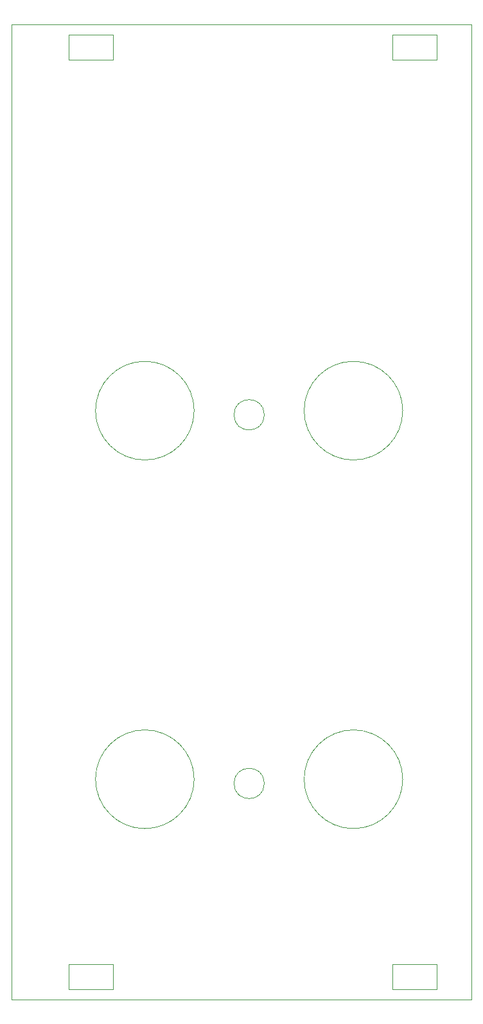
<source format=gbr>
%TF.GenerationSoftware,KiCad,Pcbnew,(6.0.4-0)*%
%TF.CreationDate,2022-10-28T00:48:46+02:00*%
%TF.ProjectId,NE2Pi-Frontpanel,4e453250-692d-4467-926f-6e7470616e65,rev?*%
%TF.SameCoordinates,Original*%
%TF.FileFunction,Profile,NP*%
%FSLAX46Y46*%
G04 Gerber Fmt 4.6, Leading zero omitted, Abs format (unit mm)*
G04 Created by KiCad (PCBNEW (6.0.4-0)) date 2022-10-28 00:48:46*
%MOMM*%
%LPD*%
G01*
G04 APERTURE LIST*
%TA.AperFunction,Profile*%
%ADD10C,0.050000*%
%TD*%
G04 APERTURE END LIST*
D10*
X71600000Y-69200000D02*
G75*
G03*
X71600000Y-69200000I-6500000J0D01*
G01*
X44100000Y-69200000D02*
G75*
G03*
X44100000Y-69200000I-6500000J0D01*
G01*
X53350000Y-69750000D02*
G75*
G03*
X53350000Y-69750000I-2000000J0D01*
G01*
X53350000Y-118300000D02*
G75*
G03*
X53350000Y-118300000I-2000000J0D01*
G01*
X44100000Y-117750000D02*
G75*
G03*
X44100000Y-117750000I-6500000J0D01*
G01*
X71600000Y-117750000D02*
G75*
G03*
X71600000Y-117750000I-6500000J0D01*
G01*
X27550000Y-142120000D02*
X33450000Y-142120000D01*
X33450000Y-142120000D02*
X33450000Y-145420000D01*
X33450000Y-145420000D02*
X27550000Y-145420000D01*
X27550000Y-145420000D02*
X27550000Y-142120000D01*
X70200000Y-142100000D02*
X76100000Y-142100000D01*
X76100000Y-142100000D02*
X76100000Y-145400000D01*
X76100000Y-145400000D02*
X70200000Y-145400000D01*
X70200000Y-145400000D02*
X70200000Y-142100000D01*
X70200000Y-19650000D02*
X76100000Y-19650000D01*
X76100000Y-19650000D02*
X76100000Y-22950000D01*
X76100000Y-22950000D02*
X70200000Y-22950000D01*
X70200000Y-22950000D02*
X70200000Y-19650000D01*
X27550000Y-19670000D02*
X33450000Y-19670000D01*
X33450000Y-19670000D02*
X33450000Y-22970000D01*
X33450000Y-22970000D02*
X27550000Y-22970000D01*
X27550000Y-22970000D02*
X27550000Y-19670000D01*
X20050000Y-18320000D02*
X80650000Y-18320000D01*
X80650000Y-18320000D02*
X80650000Y-146750000D01*
X80650000Y-146750000D02*
X20050000Y-146750000D01*
X20050000Y-146750000D02*
X20050000Y-18320000D01*
M02*

</source>
